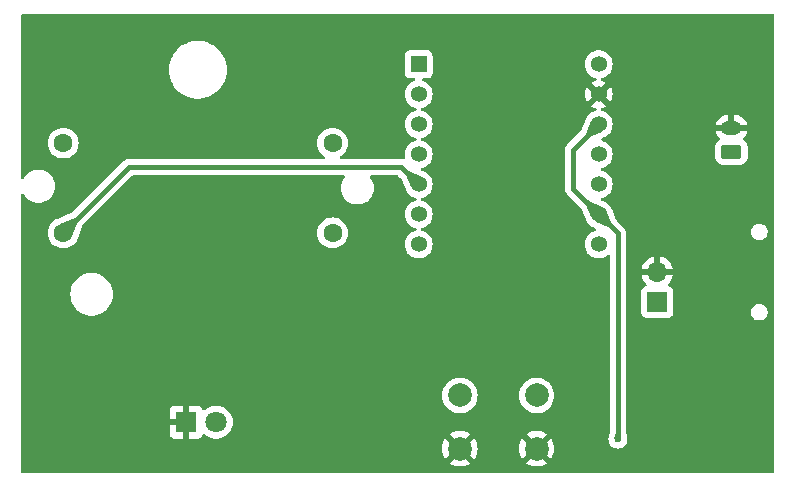
<source format=gbr>
%TF.GenerationSoftware,KiCad,Pcbnew,8.0.8*%
%TF.CreationDate,2025-02-27T22:43:43-08:00*%
%TF.ProjectId,display_pcb,64697370-6c61-4795-9f70-63622e6b6963,rev?*%
%TF.SameCoordinates,Original*%
%TF.FileFunction,Copper,L2,Bot*%
%TF.FilePolarity,Positive*%
%FSLAX46Y46*%
G04 Gerber Fmt 4.6, Leading zero omitted, Abs format (unit mm)*
G04 Created by KiCad (PCBNEW 8.0.8) date 2025-02-27 22:43:43*
%MOMM*%
%LPD*%
G01*
G04 APERTURE LIST*
G04 Aperture macros list*
%AMRoundRect*
0 Rectangle with rounded corners*
0 $1 Rounding radius*
0 $2 $3 $4 $5 $6 $7 $8 $9 X,Y pos of 4 corners*
0 Add a 4 corners polygon primitive as box body*
4,1,4,$2,$3,$4,$5,$6,$7,$8,$9,$2,$3,0*
0 Add four circle primitives for the rounded corners*
1,1,$1+$1,$2,$3*
1,1,$1+$1,$4,$5*
1,1,$1+$1,$6,$7*
1,1,$1+$1,$8,$9*
0 Add four rect primitives between the rounded corners*
20,1,$1+$1,$2,$3,$4,$5,0*
20,1,$1+$1,$4,$5,$6,$7,0*
20,1,$1+$1,$6,$7,$8,$9,0*
20,1,$1+$1,$8,$9,$2,$3,0*%
G04 Aperture macros list end*
%TA.AperFunction,ComponentPad*%
%ADD10C,2.000000*%
%TD*%
%TA.AperFunction,ComponentPad*%
%ADD11R,1.800000X1.800000*%
%TD*%
%TA.AperFunction,ComponentPad*%
%ADD12C,1.800000*%
%TD*%
%TA.AperFunction,ComponentPad*%
%ADD13R,1.700000X1.700000*%
%TD*%
%TA.AperFunction,ComponentPad*%
%ADD14O,1.700000X1.700000*%
%TD*%
%TA.AperFunction,ComponentPad*%
%ADD15C,1.600000*%
%TD*%
%TA.AperFunction,ComponentPad*%
%ADD16RoundRect,0.250000X0.625000X-0.350000X0.625000X0.350000X-0.625000X0.350000X-0.625000X-0.350000X0*%
%TD*%
%TA.AperFunction,ComponentPad*%
%ADD17O,1.750000X1.200000*%
%TD*%
%TA.AperFunction,ComponentPad*%
%ADD18R,1.358000X1.358000*%
%TD*%
%TA.AperFunction,ComponentPad*%
%ADD19C,1.358000*%
%TD*%
%TA.AperFunction,ViaPad*%
%ADD20C,0.600000*%
%TD*%
%TA.AperFunction,Conductor*%
%ADD21C,0.381000*%
%TD*%
G04 APERTURE END LIST*
D10*
%TO.P,SW2,1,1*%
%TO.N,Net-(U1-D9)*%
X148811500Y-110146000D03*
X155311500Y-110146000D03*
%TO.P,SW2,2,2*%
%TO.N,GND*%
X148811500Y-114646000D03*
X155311500Y-114646000D03*
%TD*%
D11*
%TO.P,D1,1,K*%
%TO.N,GND*%
X125640500Y-112396000D03*
D12*
%TO.P,D1,2,A*%
%TO.N,Net-(D1-A)*%
X128180500Y-112396000D03*
%TD*%
D13*
%TO.P,J1,1,Pin_1*%
%TO.N,+BAT*%
X165523500Y-102236000D03*
D14*
%TO.P,J1,2,Pin_2*%
%TO.N,GND*%
X165523500Y-99696000D03*
%TD*%
D15*
%TO.P,M1,1*%
%TO.N,Net-(U1-D5)*%
X138031500Y-88774000D03*
%TO.P,M1,2,-*%
%TO.N,Net-(M1--)*%
X138031500Y-96374000D03*
%TO.P,M1,3*%
%TO.N,Net-(U1-D4)*%
X115231500Y-96374000D03*
%TO.P,M1,4*%
%TO.N,Net-(U1-D3)*%
X115231500Y-88774000D03*
%TD*%
D16*
%TO.P,BT1,1,+*%
%TO.N,Net-(BT1-+)*%
X171801500Y-89510000D03*
D17*
%TO.P,BT1,2,-*%
%TO.N,GND*%
X171801500Y-87510000D03*
%TD*%
D18*
%TO.P,U1,1,D0*%
%TO.N,/3V3*%
X145317500Y-82106000D03*
D19*
%TO.P,U1,2,D1*%
%TO.N,unconnected-(U1-D1-Pad2)*%
X145317500Y-84646000D03*
%TO.P,U1,3,D2*%
%TO.N,unconnected-(U1-D2-Pad3)*%
X145317500Y-87186000D03*
%TO.P,U1,4,D3*%
%TO.N,Net-(U1-D3)*%
X145317500Y-89726000D03*
%TO.P,U1,5,D4*%
%TO.N,Net-(U1-D4)*%
X145317500Y-92266000D03*
%TO.P,U1,6,D5*%
%TO.N,Net-(U1-D5)*%
X145317500Y-94806000D03*
%TO.P,U1,7,D6*%
%TO.N,Net-(M1--)*%
X145317500Y-97346000D03*
%TO.P,U1,8,D7*%
%TO.N,Net-(U1-D7)*%
X160557500Y-97346000D03*
%TO.P,U1,9,D8*%
%TO.N,/3V3*%
X160557500Y-94806000D03*
%TO.P,U1,10,D9*%
%TO.N,Net-(U1-D9)*%
X160557500Y-92266000D03*
%TO.P,U1,11,D10*%
%TO.N,unconnected-(U1-D10-Pad11)*%
X160557500Y-89726000D03*
%TO.P,U1,12,3V3*%
%TO.N,/3V3*%
X160557500Y-87186000D03*
%TO.P,U1,13,GND*%
%TO.N,GND*%
X160557500Y-84646000D03*
%TO.P,U1,14,5V*%
%TO.N,unconnected-(U1-5V-Pad14)*%
X160557500Y-82106000D03*
%TD*%
D20*
%TO.N,/3V3*%
X162191500Y-113846500D03*
%TD*%
D21*
%TO.N,Net-(U1-D4)*%
X145317500Y-92266000D02*
X143847500Y-90796000D01*
X143847500Y-90796000D02*
X120789500Y-90796000D01*
X115231500Y-96354000D02*
X115231500Y-96374000D01*
X120789500Y-90796000D02*
X115231500Y-96354000D01*
%TO.N,/3V3*%
X162191500Y-113846500D02*
X162191500Y-96412000D01*
X160557500Y-87186000D02*
X158381500Y-89362000D01*
X158381500Y-89362000D02*
X158381500Y-92630000D01*
X158381500Y-92630000D02*
X160557500Y-94806000D01*
X162191500Y-96412000D02*
X160585500Y-94806000D01*
X160585500Y-94806000D02*
X160557500Y-94806000D01*
%TD*%
%TA.AperFunction,Conductor*%
%TO.N,GND*%
G36*
X175380039Y-77864185D02*
G01*
X175425794Y-77916989D01*
X175437000Y-77968500D01*
X175437000Y-116597500D01*
X175417315Y-116664539D01*
X175364511Y-116710294D01*
X175313000Y-116721500D01*
X111792000Y-116721500D01*
X111724961Y-116701815D01*
X111679206Y-116649011D01*
X111668000Y-116597500D01*
X111668000Y-114645994D01*
X147306359Y-114645994D01*
X147306359Y-114646005D01*
X147326885Y-114893729D01*
X147326887Y-114893738D01*
X147387912Y-115134717D01*
X147487767Y-115362367D01*
X147588062Y-115515881D01*
X148287712Y-114816233D01*
X148298982Y-114858292D01*
X148371390Y-114983708D01*
X148473792Y-115086110D01*
X148599208Y-115158518D01*
X148641266Y-115169787D01*
X147941443Y-115869609D01*
X147988268Y-115906055D01*
X147988271Y-115906057D01*
X148206885Y-116024364D01*
X148206896Y-116024369D01*
X148442006Y-116105083D01*
X148687207Y-116146000D01*
X148935793Y-116146000D01*
X149180993Y-116105083D01*
X149416103Y-116024369D01*
X149416114Y-116024364D01*
X149634730Y-115906056D01*
X149634736Y-115906051D01*
X149681555Y-115869610D01*
X149681556Y-115869609D01*
X148981733Y-115169787D01*
X149023792Y-115158518D01*
X149149208Y-115086110D01*
X149251610Y-114983708D01*
X149324018Y-114858292D01*
X149335287Y-114816234D01*
X150034935Y-115515882D01*
X150135233Y-115362364D01*
X150235087Y-115134717D01*
X150296112Y-114893738D01*
X150296114Y-114893729D01*
X150316641Y-114646005D01*
X150316641Y-114645994D01*
X153806359Y-114645994D01*
X153806359Y-114646005D01*
X153826885Y-114893729D01*
X153826887Y-114893738D01*
X153887912Y-115134717D01*
X153987767Y-115362367D01*
X154088062Y-115515881D01*
X154787712Y-114816233D01*
X154798982Y-114858292D01*
X154871390Y-114983708D01*
X154973792Y-115086110D01*
X155099208Y-115158518D01*
X155141266Y-115169787D01*
X154441443Y-115869609D01*
X154488268Y-115906055D01*
X154488271Y-115906057D01*
X154706885Y-116024364D01*
X154706896Y-116024369D01*
X154942006Y-116105083D01*
X155187207Y-116146000D01*
X155435793Y-116146000D01*
X155680993Y-116105083D01*
X155916103Y-116024369D01*
X155916114Y-116024364D01*
X156134730Y-115906056D01*
X156134736Y-115906051D01*
X156181555Y-115869610D01*
X156181556Y-115869609D01*
X155481733Y-115169787D01*
X155523792Y-115158518D01*
X155649208Y-115086110D01*
X155751610Y-114983708D01*
X155824018Y-114858292D01*
X155835287Y-114816234D01*
X156534935Y-115515882D01*
X156635233Y-115362364D01*
X156735087Y-115134717D01*
X156796112Y-114893738D01*
X156796114Y-114893729D01*
X156816641Y-114646005D01*
X156816641Y-114645994D01*
X156796114Y-114398270D01*
X156796112Y-114398261D01*
X156735087Y-114157282D01*
X156635232Y-113929632D01*
X156534935Y-113776116D01*
X155835287Y-114475765D01*
X155824018Y-114433708D01*
X155751610Y-114308292D01*
X155649208Y-114205890D01*
X155523792Y-114133482D01*
X155481733Y-114122212D01*
X156181555Y-113422389D01*
X156181555Y-113422388D01*
X156134736Y-113385947D01*
X156134731Y-113385944D01*
X155916114Y-113267635D01*
X155916103Y-113267630D01*
X155680993Y-113186916D01*
X155435793Y-113146000D01*
X155187207Y-113146000D01*
X154942006Y-113186916D01*
X154706896Y-113267630D01*
X154706885Y-113267635D01*
X154488270Y-113385943D01*
X154441443Y-113422389D01*
X155141266Y-114122212D01*
X155099208Y-114133482D01*
X154973792Y-114205890D01*
X154871390Y-114308292D01*
X154798982Y-114433708D01*
X154787712Y-114475766D01*
X154088063Y-113776117D01*
X153987767Y-113929633D01*
X153987765Y-113929637D01*
X153887912Y-114157282D01*
X153826887Y-114398261D01*
X153826885Y-114398270D01*
X153806359Y-114645994D01*
X150316641Y-114645994D01*
X150296114Y-114398270D01*
X150296112Y-114398261D01*
X150235087Y-114157282D01*
X150135232Y-113929632D01*
X150034935Y-113776116D01*
X149335287Y-114475765D01*
X149324018Y-114433708D01*
X149251610Y-114308292D01*
X149149208Y-114205890D01*
X149023792Y-114133482D01*
X148981733Y-114122212D01*
X149681555Y-113422389D01*
X149681555Y-113422388D01*
X149634736Y-113385947D01*
X149634731Y-113385944D01*
X149416114Y-113267635D01*
X149416103Y-113267630D01*
X149180993Y-113186916D01*
X148935793Y-113146000D01*
X148687207Y-113146000D01*
X148442006Y-113186916D01*
X148206896Y-113267630D01*
X148206885Y-113267635D01*
X147988270Y-113385943D01*
X147941443Y-113422389D01*
X148641266Y-114122212D01*
X148599208Y-114133482D01*
X148473792Y-114205890D01*
X148371390Y-114308292D01*
X148298982Y-114433708D01*
X148287712Y-114475766D01*
X147588063Y-113776117D01*
X147487767Y-113929633D01*
X147487765Y-113929637D01*
X147387912Y-114157282D01*
X147326887Y-114398261D01*
X147326885Y-114398270D01*
X147306359Y-114645994D01*
X111668000Y-114645994D01*
X111668000Y-111448155D01*
X124240500Y-111448155D01*
X124240500Y-112146000D01*
X125265222Y-112146000D01*
X125221167Y-112222306D01*
X125190500Y-112336756D01*
X125190500Y-112455244D01*
X125221167Y-112569694D01*
X125265222Y-112646000D01*
X124240500Y-112646000D01*
X124240500Y-113343844D01*
X124246901Y-113403372D01*
X124246903Y-113403379D01*
X124297145Y-113538086D01*
X124297149Y-113538093D01*
X124383309Y-113653187D01*
X124383312Y-113653190D01*
X124498406Y-113739350D01*
X124498413Y-113739354D01*
X124633120Y-113789596D01*
X124633127Y-113789598D01*
X124692655Y-113795999D01*
X124692672Y-113796000D01*
X125390500Y-113796000D01*
X125390500Y-112771277D01*
X125466806Y-112815333D01*
X125581256Y-112846000D01*
X125699744Y-112846000D01*
X125814194Y-112815333D01*
X125890500Y-112771277D01*
X125890500Y-113796000D01*
X126588328Y-113796000D01*
X126588344Y-113795999D01*
X126647872Y-113789598D01*
X126647879Y-113789596D01*
X126782586Y-113739354D01*
X126782593Y-113739350D01*
X126897687Y-113653190D01*
X126897690Y-113653187D01*
X126983850Y-113538093D01*
X126983855Y-113538084D01*
X127012575Y-113461081D01*
X127054445Y-113405147D01*
X127119909Y-113380729D01*
X127188182Y-113395580D01*
X127219984Y-113420428D01*
X127228716Y-113429913D01*
X127228719Y-113429915D01*
X127228722Y-113429918D01*
X127411865Y-113572464D01*
X127411871Y-113572468D01*
X127411874Y-113572470D01*
X127615997Y-113682936D01*
X127729987Y-113722068D01*
X127835515Y-113758297D01*
X127835517Y-113758297D01*
X127835519Y-113758298D01*
X128064451Y-113796500D01*
X128064452Y-113796500D01*
X128296548Y-113796500D01*
X128296549Y-113796500D01*
X128525481Y-113758298D01*
X128745003Y-113682936D01*
X128949126Y-113572470D01*
X129132284Y-113429913D01*
X129289479Y-113259153D01*
X129416424Y-113064849D01*
X129509657Y-112852300D01*
X129566634Y-112627305D01*
X129585800Y-112396000D01*
X129585800Y-112395993D01*
X129566635Y-112164702D01*
X129566633Y-112164691D01*
X129509657Y-111939699D01*
X129416424Y-111727151D01*
X129289483Y-111532852D01*
X129289480Y-111532849D01*
X129289479Y-111532847D01*
X129132284Y-111362087D01*
X129132279Y-111362083D01*
X129132277Y-111362081D01*
X128949134Y-111219535D01*
X128949128Y-111219531D01*
X128745004Y-111109064D01*
X128744995Y-111109061D01*
X128525484Y-111033702D01*
X128337904Y-111002401D01*
X128296549Y-110995500D01*
X128064451Y-110995500D01*
X128023096Y-111002401D01*
X127835515Y-111033702D01*
X127616004Y-111109061D01*
X127615995Y-111109064D01*
X127411871Y-111219531D01*
X127411865Y-111219535D01*
X127228722Y-111362081D01*
X127228715Y-111362087D01*
X127219984Y-111371572D01*
X127160095Y-111407561D01*
X127090257Y-111405458D01*
X127032643Y-111365932D01*
X127012575Y-111330918D01*
X126983855Y-111253915D01*
X126983850Y-111253906D01*
X126897690Y-111138812D01*
X126897687Y-111138809D01*
X126782593Y-111052649D01*
X126782586Y-111052645D01*
X126647879Y-111002403D01*
X126647872Y-111002401D01*
X126588344Y-110996000D01*
X125890500Y-110996000D01*
X125890500Y-112020722D01*
X125814194Y-111976667D01*
X125699744Y-111946000D01*
X125581256Y-111946000D01*
X125466806Y-111976667D01*
X125390500Y-112020722D01*
X125390500Y-110996000D01*
X124692655Y-110996000D01*
X124633127Y-111002401D01*
X124633120Y-111002403D01*
X124498413Y-111052645D01*
X124498406Y-111052649D01*
X124383312Y-111138809D01*
X124383309Y-111138812D01*
X124297149Y-111253906D01*
X124297145Y-111253913D01*
X124246903Y-111388620D01*
X124246901Y-111388627D01*
X124240500Y-111448155D01*
X111668000Y-111448155D01*
X111668000Y-110145994D01*
X147305857Y-110145994D01*
X147305857Y-110146005D01*
X147326390Y-110393812D01*
X147326392Y-110393824D01*
X147387436Y-110634881D01*
X147487326Y-110862606D01*
X147623333Y-111070782D01*
X147623336Y-111070785D01*
X147791756Y-111253738D01*
X147987991Y-111406474D01*
X148206690Y-111524828D01*
X148441886Y-111605571D01*
X148687165Y-111646500D01*
X148935835Y-111646500D01*
X149181114Y-111605571D01*
X149416310Y-111524828D01*
X149635009Y-111406474D01*
X149831244Y-111253738D01*
X149999664Y-111070785D01*
X150135673Y-110862607D01*
X150235563Y-110634881D01*
X150296608Y-110393821D01*
X150317143Y-110146000D01*
X150317143Y-110145994D01*
X153805857Y-110145994D01*
X153805857Y-110146005D01*
X153826390Y-110393812D01*
X153826392Y-110393824D01*
X153887436Y-110634881D01*
X153987326Y-110862606D01*
X154123333Y-111070782D01*
X154123336Y-111070785D01*
X154291756Y-111253738D01*
X154487991Y-111406474D01*
X154706690Y-111524828D01*
X154941886Y-111605571D01*
X155187165Y-111646500D01*
X155435835Y-111646500D01*
X155681114Y-111605571D01*
X155916310Y-111524828D01*
X156135009Y-111406474D01*
X156331244Y-111253738D01*
X156499664Y-111070785D01*
X156635673Y-110862607D01*
X156735563Y-110634881D01*
X156796608Y-110393821D01*
X156817143Y-110146000D01*
X156796608Y-109898179D01*
X156735563Y-109657119D01*
X156635673Y-109429393D01*
X156499666Y-109221217D01*
X156478057Y-109197744D01*
X156331244Y-109038262D01*
X156135009Y-108885526D01*
X156135007Y-108885525D01*
X156135006Y-108885524D01*
X155916311Y-108767172D01*
X155916302Y-108767169D01*
X155681116Y-108686429D01*
X155435835Y-108645500D01*
X155187165Y-108645500D01*
X154941883Y-108686429D01*
X154706697Y-108767169D01*
X154706688Y-108767172D01*
X154487993Y-108885524D01*
X154291757Y-109038261D01*
X154123333Y-109221217D01*
X153987326Y-109429393D01*
X153887436Y-109657118D01*
X153826392Y-109898175D01*
X153826390Y-109898187D01*
X153805857Y-110145994D01*
X150317143Y-110145994D01*
X150296608Y-109898179D01*
X150235563Y-109657119D01*
X150135673Y-109429393D01*
X149999666Y-109221217D01*
X149978057Y-109197744D01*
X149831244Y-109038262D01*
X149635009Y-108885526D01*
X149635007Y-108885525D01*
X149635006Y-108885524D01*
X149416311Y-108767172D01*
X149416302Y-108767169D01*
X149181116Y-108686429D01*
X148935835Y-108645500D01*
X148687165Y-108645500D01*
X148441883Y-108686429D01*
X148206697Y-108767169D01*
X148206688Y-108767172D01*
X147987993Y-108885524D01*
X147791757Y-109038261D01*
X147623333Y-109221217D01*
X147487326Y-109429393D01*
X147387436Y-109657118D01*
X147326392Y-109898175D01*
X147326390Y-109898187D01*
X147305857Y-110145994D01*
X111668000Y-110145994D01*
X111668000Y-101573995D01*
X115825951Y-101573995D01*
X115825951Y-101574004D01*
X115846116Y-101843101D01*
X115906164Y-102106188D01*
X115906166Y-102106195D01*
X116004757Y-102357398D01*
X116139685Y-102591102D01*
X116186223Y-102649458D01*
X116307942Y-102802089D01*
X116404496Y-102891677D01*
X116505759Y-102985635D01*
X116728726Y-103137651D01*
X116971859Y-103254738D01*
X117229728Y-103334280D01*
X117229729Y-103334280D01*
X117229732Y-103334281D01*
X117496563Y-103374499D01*
X117496568Y-103374499D01*
X117496571Y-103374500D01*
X117496572Y-103374500D01*
X117766428Y-103374500D01*
X117766429Y-103374500D01*
X117766436Y-103374499D01*
X118033267Y-103334281D01*
X118033268Y-103334280D01*
X118033272Y-103334280D01*
X118291141Y-103254738D01*
X118534275Y-103137651D01*
X118757241Y-102985635D01*
X118955061Y-102802085D01*
X119123315Y-102591102D01*
X119258243Y-102357398D01*
X119356834Y-102106195D01*
X119416883Y-101843103D01*
X119437049Y-101574000D01*
X119416883Y-101304897D01*
X119356834Y-101041805D01*
X119258243Y-100790602D01*
X119123315Y-100556898D01*
X118955061Y-100345915D01*
X118955060Y-100345914D01*
X118955057Y-100345910D01*
X118757241Y-100162365D01*
X118753018Y-100159486D01*
X118534275Y-100010349D01*
X118534269Y-100010346D01*
X118534268Y-100010345D01*
X118534267Y-100010344D01*
X118291143Y-99893263D01*
X118291145Y-99893263D01*
X118033273Y-99813720D01*
X118033267Y-99813718D01*
X117766436Y-99773500D01*
X117766429Y-99773500D01*
X117496571Y-99773500D01*
X117496563Y-99773500D01*
X117229732Y-99813718D01*
X117229726Y-99813720D01*
X116971858Y-99893262D01*
X116728730Y-100010346D01*
X116505758Y-100162365D01*
X116307942Y-100345910D01*
X116139685Y-100556898D01*
X116004758Y-100790599D01*
X116004756Y-100790603D01*
X115906166Y-101041804D01*
X115906164Y-101041811D01*
X115846116Y-101304898D01*
X115825951Y-101573995D01*
X111668000Y-101573995D01*
X111668000Y-96373998D01*
X113926032Y-96373998D01*
X113926032Y-96374001D01*
X113945864Y-96600686D01*
X113945866Y-96600697D01*
X114004758Y-96820488D01*
X114004761Y-96820497D01*
X114100931Y-97026732D01*
X114100932Y-97026734D01*
X114231454Y-97213141D01*
X114392358Y-97374045D01*
X114392361Y-97374047D01*
X114578766Y-97504568D01*
X114785004Y-97600739D01*
X115004808Y-97659635D01*
X115166730Y-97673801D01*
X115231498Y-97679468D01*
X115231500Y-97679468D01*
X115231502Y-97679468D01*
X115288173Y-97674509D01*
X115458192Y-97659635D01*
X115677996Y-97600739D01*
X115884234Y-97504568D01*
X116070639Y-97374047D01*
X116231547Y-97213139D01*
X116362068Y-97026734D01*
X116427836Y-96885691D01*
X116432432Y-96876794D01*
X116445447Y-96853912D01*
X116445449Y-96853909D01*
X116633991Y-96373998D01*
X136726032Y-96373998D01*
X136726032Y-96374001D01*
X136745864Y-96600686D01*
X136745866Y-96600697D01*
X136804758Y-96820488D01*
X136804761Y-96820497D01*
X136900931Y-97026732D01*
X136900932Y-97026734D01*
X137031454Y-97213141D01*
X137192358Y-97374045D01*
X137192361Y-97374047D01*
X137378766Y-97504568D01*
X137585004Y-97600739D01*
X137804808Y-97659635D01*
X137966730Y-97673801D01*
X138031498Y-97679468D01*
X138031500Y-97679468D01*
X138031502Y-97679468D01*
X138088173Y-97674509D01*
X138258192Y-97659635D01*
X138477996Y-97600739D01*
X138684234Y-97504568D01*
X138870639Y-97374047D01*
X139031547Y-97213139D01*
X139162068Y-97026734D01*
X139258239Y-96820496D01*
X139317135Y-96600692D01*
X139336968Y-96374000D01*
X139317135Y-96147308D01*
X139258239Y-95927504D01*
X139162068Y-95721266D01*
X139031547Y-95534861D01*
X139031545Y-95534858D01*
X138870641Y-95373954D01*
X138684234Y-95243432D01*
X138684232Y-95243431D01*
X138477997Y-95147261D01*
X138477988Y-95147258D01*
X138258197Y-95088366D01*
X138258193Y-95088365D01*
X138258192Y-95088365D01*
X138258191Y-95088364D01*
X138258186Y-95088364D01*
X138031502Y-95068532D01*
X138031498Y-95068532D01*
X137804813Y-95088364D01*
X137804802Y-95088366D01*
X137585011Y-95147258D01*
X137585002Y-95147261D01*
X137378767Y-95243431D01*
X137378765Y-95243432D01*
X137192358Y-95373954D01*
X137031454Y-95534858D01*
X136900932Y-95721265D01*
X136900931Y-95721267D01*
X136804761Y-95927502D01*
X136804758Y-95927511D01*
X136745866Y-96147302D01*
X136745864Y-96147313D01*
X136726032Y-96373998D01*
X116633991Y-96373998D01*
X116912668Y-95664657D01*
X116940396Y-95622324D01*
X121039402Y-91523319D01*
X121100725Y-91489834D01*
X121127083Y-91487000D01*
X138945896Y-91487000D01*
X139012935Y-91506685D01*
X139058690Y-91559489D01*
X139068634Y-91628647D01*
X139039609Y-91692203D01*
X139037165Y-91694938D01*
X139022521Y-91710847D01*
X139022519Y-91710848D01*
X139022516Y-91710853D01*
X138895575Y-91905151D01*
X138802342Y-92117699D01*
X138745366Y-92342691D01*
X138745364Y-92342702D01*
X138726200Y-92573993D01*
X138726200Y-92574006D01*
X138745364Y-92805297D01*
X138745366Y-92805308D01*
X138802342Y-93030300D01*
X138895575Y-93242848D01*
X139022516Y-93437147D01*
X139022519Y-93437151D01*
X139022521Y-93437153D01*
X139179716Y-93607913D01*
X139179719Y-93607915D01*
X139179722Y-93607918D01*
X139362865Y-93750464D01*
X139362871Y-93750468D01*
X139362874Y-93750470D01*
X139566997Y-93860936D01*
X139680987Y-93900068D01*
X139786515Y-93936297D01*
X139786517Y-93936297D01*
X139786519Y-93936298D01*
X140015451Y-93974500D01*
X140015452Y-93974500D01*
X140247548Y-93974500D01*
X140247549Y-93974500D01*
X140476481Y-93936298D01*
X140696003Y-93860936D01*
X140900126Y-93750470D01*
X140906345Y-93745630D01*
X141007795Y-93666668D01*
X141083284Y-93607913D01*
X141240479Y-93437153D01*
X141367424Y-93242849D01*
X141460657Y-93030300D01*
X141517634Y-92805305D01*
X141521863Y-92754272D01*
X141536800Y-92574006D01*
X141536800Y-92573993D01*
X141517635Y-92342702D01*
X141517633Y-92342691D01*
X141460657Y-92117699D01*
X141367424Y-91905151D01*
X141240483Y-91710853D01*
X141240482Y-91710852D01*
X141240479Y-91710847D01*
X141225872Y-91694980D01*
X141194952Y-91632328D01*
X141202812Y-91562902D01*
X141246959Y-91508747D01*
X141313377Y-91487056D01*
X141317104Y-91487000D01*
X143509916Y-91487000D01*
X143576955Y-91506685D01*
X143597597Y-91523319D01*
X143774467Y-91700189D01*
X143800666Y-91738805D01*
X144213963Y-92698059D01*
X144221384Y-92715283D01*
X144243530Y-92760375D01*
X144243531Y-92760376D01*
X144243780Y-92760704D01*
X144255996Y-92780384D01*
X144310369Y-92889581D01*
X144310374Y-92889589D01*
X144430177Y-93048233D01*
X144442105Y-93064028D01*
X144603647Y-93211294D01*
X144603649Y-93211295D01*
X144603650Y-93211296D01*
X144789495Y-93326366D01*
X144789501Y-93326369D01*
X144857443Y-93352689D01*
X144993332Y-93405333D01*
X145040295Y-93414112D01*
X145102573Y-93445780D01*
X145137846Y-93506092D01*
X145134912Y-93575900D01*
X145094703Y-93633040D01*
X145040295Y-93657887D01*
X144993332Y-93666667D01*
X144993330Y-93666667D01*
X144993328Y-93666668D01*
X144789501Y-93745630D01*
X144789495Y-93745633D01*
X144603650Y-93860703D01*
X144442104Y-94007972D01*
X144310374Y-94182410D01*
X144310369Y-94182418D01*
X144212941Y-94378079D01*
X144212935Y-94378094D01*
X144153116Y-94588337D01*
X144153115Y-94588339D01*
X144132947Y-94805999D01*
X144132947Y-94806000D01*
X144153115Y-95023660D01*
X144153116Y-95023662D01*
X144212935Y-95233905D01*
X144212941Y-95233920D01*
X144310369Y-95429581D01*
X144310374Y-95429589D01*
X144389870Y-95534858D01*
X144442105Y-95604028D01*
X144603647Y-95751294D01*
X144603649Y-95751295D01*
X144603650Y-95751296D01*
X144789495Y-95866366D01*
X144789501Y-95866369D01*
X144789504Y-95866370D01*
X144993332Y-95945333D01*
X145040295Y-95954112D01*
X145102573Y-95985780D01*
X145137846Y-96046092D01*
X145134912Y-96115900D01*
X145094703Y-96173040D01*
X145040295Y-96197887D01*
X144993332Y-96206667D01*
X144993330Y-96206667D01*
X144993328Y-96206668D01*
X144789501Y-96285630D01*
X144789495Y-96285633D01*
X144603650Y-96400703D01*
X144442104Y-96547972D01*
X144310374Y-96722410D01*
X144310369Y-96722418D01*
X144212941Y-96918079D01*
X144212935Y-96918094D01*
X144153116Y-97128337D01*
X144153115Y-97128339D01*
X144132947Y-97345999D01*
X144132947Y-97346000D01*
X144153115Y-97563660D01*
X144153116Y-97563662D01*
X144212935Y-97773905D01*
X144212941Y-97773920D01*
X144310369Y-97969581D01*
X144310374Y-97969589D01*
X144374499Y-98054504D01*
X144442105Y-98144028D01*
X144603647Y-98291294D01*
X144603649Y-98291295D01*
X144603650Y-98291296D01*
X144789495Y-98406366D01*
X144789501Y-98406369D01*
X144831314Y-98422567D01*
X144993332Y-98485333D01*
X145208203Y-98525500D01*
X145208205Y-98525500D01*
X145426795Y-98525500D01*
X145426797Y-98525500D01*
X145641668Y-98485333D01*
X145845501Y-98406368D01*
X146031353Y-98291294D01*
X146192895Y-98144028D01*
X146324627Y-97969587D01*
X146422063Y-97773910D01*
X146481884Y-97563661D01*
X146502053Y-97346000D01*
X146481884Y-97128339D01*
X146422063Y-96918090D01*
X146421410Y-96916778D01*
X146324630Y-96722418D01*
X146324625Y-96722410D01*
X146192895Y-96547972D01*
X146140626Y-96500322D01*
X146031353Y-96400706D01*
X146031350Y-96400704D01*
X146031349Y-96400703D01*
X145845504Y-96285633D01*
X145845498Y-96285630D01*
X145684851Y-96223396D01*
X145641668Y-96206667D01*
X145594704Y-96197887D01*
X145532426Y-96166221D01*
X145497153Y-96105908D01*
X145500087Y-96036100D01*
X145540296Y-95978960D01*
X145594704Y-95954112D01*
X145641668Y-95945333D01*
X145845501Y-95866368D01*
X146031353Y-95751294D01*
X146192895Y-95604028D01*
X146324627Y-95429587D01*
X146422063Y-95233910D01*
X146481884Y-95023661D01*
X146502053Y-94806000D01*
X146481884Y-94588339D01*
X146422063Y-94378090D01*
X146407985Y-94349817D01*
X146324630Y-94182418D01*
X146324625Y-94182410D01*
X146192895Y-94007972D01*
X146114273Y-93936298D01*
X146031353Y-93860706D01*
X146031350Y-93860704D01*
X146031349Y-93860703D01*
X145845504Y-93745633D01*
X145845498Y-93745630D01*
X145684851Y-93683396D01*
X145641668Y-93666667D01*
X145594704Y-93657887D01*
X145532426Y-93626221D01*
X145497153Y-93565908D01*
X145500087Y-93496100D01*
X145540296Y-93438960D01*
X145594704Y-93414112D01*
X145641668Y-93405333D01*
X145845501Y-93326368D01*
X146031353Y-93211294D01*
X146192895Y-93064028D01*
X146324627Y-92889587D01*
X146422063Y-92693910D01*
X146481884Y-92483661D01*
X146502053Y-92266000D01*
X146481884Y-92048339D01*
X146422063Y-91838090D01*
X146407864Y-91809574D01*
X146324630Y-91642418D01*
X146324625Y-91642410D01*
X146192895Y-91467972D01*
X146031353Y-91320706D01*
X146031350Y-91320704D01*
X146031349Y-91320703D01*
X145845506Y-91205635D01*
X145845504Y-91205634D01*
X145845501Y-91205632D01*
X145845498Y-91205631D01*
X145845493Y-91205628D01*
X145800537Y-91188212D01*
X145780562Y-91178325D01*
X145766782Y-91169884D01*
X145609633Y-91102176D01*
X145555854Y-91057571D01*
X145534728Y-90990971D01*
X145552961Y-90923523D01*
X145604766Y-90876639D01*
X145635911Y-90866409D01*
X145641668Y-90865333D01*
X145845501Y-90786368D01*
X146031353Y-90671294D01*
X146192895Y-90524028D01*
X146324627Y-90349587D01*
X146422063Y-90153910D01*
X146481884Y-89943661D01*
X146502053Y-89726000D01*
X146493233Y-89630821D01*
X146481884Y-89508339D01*
X146481883Y-89508337D01*
X146458664Y-89426732D01*
X146422063Y-89298090D01*
X146419998Y-89293942D01*
X146419997Y-89293939D01*
X157690500Y-89293939D01*
X157690500Y-92698059D01*
X157702896Y-92760374D01*
X157702896Y-92760376D01*
X157717053Y-92831549D01*
X157717056Y-92831561D01*
X157769142Y-92957309D01*
X157769144Y-92957312D01*
X157844763Y-93070485D01*
X157844769Y-93070492D01*
X159014467Y-94240188D01*
X159040666Y-94278804D01*
X159456278Y-95243432D01*
X159461384Y-95255283D01*
X159483530Y-95300375D01*
X159483780Y-95300704D01*
X159495996Y-95320384D01*
X159550369Y-95429581D01*
X159550374Y-95429589D01*
X159629870Y-95534858D01*
X159682105Y-95604028D01*
X159843647Y-95751294D01*
X159843649Y-95751295D01*
X159843650Y-95751296D01*
X160029495Y-95866366D01*
X160029497Y-95866367D01*
X160029499Y-95866368D01*
X160029502Y-95866369D01*
X160029504Y-95866370D01*
X160080570Y-95886153D01*
X160098763Y-95894968D01*
X160116274Y-95905296D01*
X160268822Y-95968014D01*
X160323340Y-96011712D01*
X160345579Y-96077948D01*
X160328478Y-96145692D01*
X160277466Y-96193437D01*
X160244458Y-96204587D01*
X160233331Y-96206667D01*
X160029501Y-96285630D01*
X160029495Y-96285633D01*
X159843650Y-96400703D01*
X159682104Y-96547972D01*
X159550374Y-96722410D01*
X159550369Y-96722418D01*
X159452941Y-96918079D01*
X159452935Y-96918094D01*
X159393116Y-97128337D01*
X159393115Y-97128339D01*
X159372947Y-97345999D01*
X159372947Y-97346000D01*
X159393115Y-97563660D01*
X159393116Y-97563662D01*
X159452935Y-97773905D01*
X159452941Y-97773920D01*
X159550369Y-97969581D01*
X159550374Y-97969589D01*
X159614499Y-98054504D01*
X159682105Y-98144028D01*
X159843647Y-98291294D01*
X159843649Y-98291295D01*
X159843650Y-98291296D01*
X160029495Y-98406366D01*
X160029501Y-98406369D01*
X160071314Y-98422567D01*
X160233332Y-98485333D01*
X160448203Y-98525500D01*
X160448205Y-98525500D01*
X160666795Y-98525500D01*
X160666797Y-98525500D01*
X160881668Y-98485333D01*
X161085501Y-98406368D01*
X161271353Y-98291294D01*
X161292962Y-98271594D01*
X161355765Y-98240978D01*
X161425153Y-98249175D01*
X161479093Y-98293585D01*
X161500461Y-98360107D01*
X161500500Y-98363232D01*
X161500500Y-113162133D01*
X161498485Y-113184396D01*
X161416719Y-113632422D01*
X161411777Y-113651108D01*
X161406132Y-113667240D01*
X161399775Y-113723654D01*
X161398543Y-113732013D01*
X161396723Y-113741989D01*
X161390643Y-113786344D01*
X161390451Y-113788431D01*
X161390509Y-113798190D01*
X161389732Y-113812798D01*
X161385935Y-113846503D01*
X161406130Y-114025749D01*
X161406131Y-114025754D01*
X161465711Y-114196023D01*
X161471911Y-114205890D01*
X161561684Y-114348762D01*
X161689238Y-114476316D01*
X161841978Y-114572289D01*
X162012245Y-114631868D01*
X162012250Y-114631869D01*
X162191496Y-114652065D01*
X162191500Y-114652065D01*
X162191504Y-114652065D01*
X162370749Y-114631869D01*
X162370752Y-114631868D01*
X162370755Y-114631868D01*
X162541022Y-114572289D01*
X162693762Y-114476316D01*
X162821316Y-114348762D01*
X162917289Y-114196022D01*
X162976868Y-114025755D01*
X162987698Y-113929637D01*
X162997065Y-113846503D01*
X162997065Y-113846499D01*
X162996045Y-113837456D01*
X162987287Y-113759720D01*
X162986598Y-113750541D01*
X162986276Y-113741991D01*
X162984455Y-113732013D01*
X162983226Y-113723678D01*
X162976868Y-113667245D01*
X162971221Y-113651108D01*
X162966279Y-113632422D01*
X162884515Y-113184391D01*
X162882500Y-113162129D01*
X162882500Y-101338135D01*
X164173000Y-101338135D01*
X164173000Y-103133870D01*
X164173001Y-103133876D01*
X164179408Y-103193483D01*
X164229702Y-103328328D01*
X164229706Y-103328335D01*
X164315952Y-103443544D01*
X164315955Y-103443547D01*
X164431164Y-103529793D01*
X164431171Y-103529797D01*
X164566017Y-103580091D01*
X164566016Y-103580091D01*
X164572944Y-103580835D01*
X164625627Y-103586500D01*
X166421372Y-103586499D01*
X166480983Y-103580091D01*
X166615831Y-103529796D01*
X166731046Y-103443546D01*
X166817296Y-103328331D01*
X166867591Y-103193483D01*
X166870654Y-103164995D01*
X173458999Y-103164995D01*
X173485918Y-103300322D01*
X173485921Y-103300332D01*
X173538721Y-103427804D01*
X173538728Y-103427817D01*
X173615385Y-103542541D01*
X173615388Y-103542545D01*
X173712954Y-103640111D01*
X173712958Y-103640114D01*
X173827682Y-103716771D01*
X173827695Y-103716778D01*
X173955167Y-103769578D01*
X173955172Y-103769580D01*
X173955176Y-103769580D01*
X173955177Y-103769581D01*
X174090504Y-103796500D01*
X174090507Y-103796500D01*
X174228495Y-103796500D01*
X174319541Y-103778389D01*
X174363828Y-103769580D01*
X174491311Y-103716775D01*
X174606042Y-103640114D01*
X174703614Y-103542542D01*
X174780275Y-103427811D01*
X174833080Y-103300328D01*
X174860000Y-103164993D01*
X174860000Y-103027007D01*
X174860000Y-103027004D01*
X174833081Y-102891677D01*
X174833080Y-102891676D01*
X174833080Y-102891672D01*
X174795972Y-102802085D01*
X174780278Y-102764195D01*
X174780271Y-102764182D01*
X174703614Y-102649458D01*
X174703611Y-102649454D01*
X174606045Y-102551888D01*
X174606041Y-102551885D01*
X174491317Y-102475228D01*
X174491304Y-102475221D01*
X174363832Y-102422421D01*
X174363822Y-102422418D01*
X174228495Y-102395500D01*
X174228493Y-102395500D01*
X174090507Y-102395500D01*
X174090505Y-102395500D01*
X173955177Y-102422418D01*
X173955167Y-102422421D01*
X173827695Y-102475221D01*
X173827682Y-102475228D01*
X173712958Y-102551885D01*
X173712954Y-102551888D01*
X173615388Y-102649454D01*
X173615385Y-102649458D01*
X173538728Y-102764182D01*
X173538721Y-102764195D01*
X173485921Y-102891667D01*
X173485918Y-102891677D01*
X173459000Y-103027004D01*
X173459000Y-103027007D01*
X173459000Y-103164993D01*
X173459000Y-103164995D01*
X173458999Y-103164995D01*
X166870654Y-103164995D01*
X166874000Y-103133873D01*
X166873999Y-101338128D01*
X166867591Y-101278517D01*
X166848417Y-101227110D01*
X166817297Y-101143671D01*
X166817293Y-101143664D01*
X166731047Y-101028455D01*
X166731044Y-101028452D01*
X166615835Y-100942206D01*
X166615828Y-100942202D01*
X166483901Y-100892997D01*
X166427967Y-100851126D01*
X166403550Y-100785662D01*
X166418402Y-100717389D01*
X166439553Y-100689133D01*
X166561608Y-100567078D01*
X166697100Y-100373578D01*
X166796929Y-100159492D01*
X166796932Y-100159486D01*
X166854136Y-99946000D01*
X165956512Y-99946000D01*
X165989425Y-99888993D01*
X166023500Y-99761826D01*
X166023500Y-99630174D01*
X165989425Y-99503007D01*
X165956512Y-99446000D01*
X166854136Y-99446000D01*
X166854135Y-99445999D01*
X166796932Y-99232513D01*
X166796929Y-99232507D01*
X166697100Y-99018422D01*
X166697099Y-99018420D01*
X166561613Y-98824926D01*
X166561608Y-98824920D01*
X166394582Y-98657894D01*
X166201078Y-98522399D01*
X165986992Y-98422570D01*
X165986986Y-98422567D01*
X165773500Y-98365364D01*
X165773500Y-99262988D01*
X165716493Y-99230075D01*
X165589326Y-99196000D01*
X165457674Y-99196000D01*
X165330507Y-99230075D01*
X165273500Y-99262988D01*
X165273500Y-98365364D01*
X165273499Y-98365364D01*
X165060013Y-98422567D01*
X165060007Y-98422570D01*
X164845922Y-98522399D01*
X164845920Y-98522400D01*
X164652426Y-98657886D01*
X164652420Y-98657891D01*
X164485391Y-98824920D01*
X164485386Y-98824926D01*
X164349900Y-99018420D01*
X164349899Y-99018422D01*
X164250070Y-99232507D01*
X164250067Y-99232513D01*
X164192864Y-99445999D01*
X164192864Y-99446000D01*
X165090488Y-99446000D01*
X165057575Y-99503007D01*
X165023500Y-99630174D01*
X165023500Y-99761826D01*
X165057575Y-99888993D01*
X165090488Y-99946000D01*
X164192864Y-99946000D01*
X164250067Y-100159486D01*
X164250070Y-100159492D01*
X164349899Y-100373578D01*
X164485394Y-100567082D01*
X164607446Y-100689134D01*
X164640931Y-100750457D01*
X164635947Y-100820149D01*
X164594075Y-100876082D01*
X164563098Y-100892997D01*
X164431171Y-100942202D01*
X164431164Y-100942206D01*
X164315955Y-101028452D01*
X164315952Y-101028455D01*
X164229706Y-101143664D01*
X164229702Y-101143671D01*
X164179408Y-101278517D01*
X164173001Y-101338116D01*
X164173001Y-101338123D01*
X164173000Y-101338135D01*
X162882500Y-101338135D01*
X162882500Y-96364995D01*
X173458999Y-96364995D01*
X173485918Y-96500322D01*
X173485921Y-96500332D01*
X173538721Y-96627804D01*
X173538728Y-96627817D01*
X173615385Y-96742541D01*
X173615388Y-96742545D01*
X173712954Y-96840111D01*
X173712958Y-96840114D01*
X173827682Y-96916771D01*
X173827695Y-96916778D01*
X173955167Y-96969578D01*
X173955172Y-96969580D01*
X173955176Y-96969580D01*
X173955177Y-96969581D01*
X174090504Y-96996500D01*
X174090507Y-96996500D01*
X174228495Y-96996500D01*
X174319541Y-96978389D01*
X174363828Y-96969580D01*
X174488127Y-96918094D01*
X174491304Y-96916778D01*
X174491304Y-96916777D01*
X174491311Y-96916775D01*
X174606042Y-96840114D01*
X174703614Y-96742542D01*
X174780275Y-96627811D01*
X174833080Y-96500328D01*
X174852897Y-96400703D01*
X174860000Y-96364995D01*
X174860000Y-96227004D01*
X174833081Y-96091677D01*
X174833080Y-96091676D01*
X174833080Y-96091672D01*
X174814200Y-96046092D01*
X174780278Y-95964195D01*
X174780271Y-95964182D01*
X174703614Y-95849458D01*
X174703611Y-95849454D01*
X174606045Y-95751888D01*
X174606041Y-95751885D01*
X174491317Y-95675228D01*
X174491304Y-95675221D01*
X174363832Y-95622421D01*
X174363822Y-95622418D01*
X174228495Y-95595500D01*
X174228493Y-95595500D01*
X174090507Y-95595500D01*
X174090505Y-95595500D01*
X173955177Y-95622418D01*
X173955167Y-95622421D01*
X173827695Y-95675221D01*
X173827682Y-95675228D01*
X173712958Y-95751885D01*
X173712954Y-95751888D01*
X173615388Y-95849454D01*
X173615385Y-95849458D01*
X173538728Y-95964182D01*
X173538721Y-95964195D01*
X173485921Y-96091667D01*
X173485918Y-96091677D01*
X173459000Y-96227004D01*
X173459000Y-96227007D01*
X173459000Y-96364993D01*
X173459000Y-96364995D01*
X173458999Y-96364995D01*
X162882500Y-96364995D01*
X162882500Y-96343939D01*
X162855946Y-96210448D01*
X162855945Y-96210447D01*
X162855945Y-96210443D01*
X162829791Y-96147302D01*
X162803859Y-96084695D01*
X162803852Y-96084682D01*
X162737580Y-95985500D01*
X162733210Y-95978960D01*
X162728235Y-95971514D01*
X162728232Y-95971511D01*
X162728230Y-95971508D01*
X162108799Y-95352077D01*
X162083322Y-95315104D01*
X162056515Y-95255283D01*
X161663435Y-94378094D01*
X161650764Y-94349817D01*
X161650762Y-94349813D01*
X161650758Y-94349804D01*
X161629767Y-94308210D01*
X161629764Y-94308206D01*
X161629763Y-94308204D01*
X161626642Y-94303245D01*
X161626695Y-94303211D01*
X161617306Y-94288206D01*
X161564632Y-94182422D01*
X161564625Y-94182410D01*
X161432895Y-94007972D01*
X161354273Y-93936298D01*
X161271353Y-93860706D01*
X161271350Y-93860704D01*
X161271349Y-93860703D01*
X161085506Y-93745635D01*
X161085504Y-93745634D01*
X161085501Y-93745632D01*
X161085498Y-93745631D01*
X161085493Y-93745628D01*
X161040537Y-93728212D01*
X161020562Y-93718325D01*
X161006782Y-93709884D01*
X160849633Y-93642176D01*
X160795854Y-93597571D01*
X160774728Y-93530971D01*
X160792961Y-93463523D01*
X160844766Y-93416639D01*
X160875911Y-93406409D01*
X160881668Y-93405333D01*
X161085501Y-93326368D01*
X161271353Y-93211294D01*
X161432895Y-93064028D01*
X161564627Y-92889587D01*
X161662063Y-92693910D01*
X161721884Y-92483661D01*
X161742053Y-92266000D01*
X161721884Y-92048339D01*
X161662063Y-91838090D01*
X161647864Y-91809574D01*
X161564630Y-91642418D01*
X161564625Y-91642410D01*
X161432895Y-91467972D01*
X161271353Y-91320706D01*
X161271350Y-91320704D01*
X161271349Y-91320703D01*
X161085504Y-91205633D01*
X161085498Y-91205630D01*
X160908498Y-91137061D01*
X160881668Y-91126667D01*
X160834704Y-91117887D01*
X160772426Y-91086221D01*
X160737153Y-91025908D01*
X160740087Y-90956100D01*
X160780296Y-90898960D01*
X160834704Y-90874112D01*
X160881668Y-90865333D01*
X161085501Y-90786368D01*
X161271353Y-90671294D01*
X161432895Y-90524028D01*
X161564627Y-90349587D01*
X161662063Y-90153910D01*
X161721884Y-89943661D01*
X161742053Y-89726000D01*
X161733233Y-89630821D01*
X161721884Y-89508339D01*
X161721883Y-89508337D01*
X161698664Y-89426732D01*
X161662063Y-89298090D01*
X161659998Y-89293942D01*
X161568397Y-89109983D01*
X170426000Y-89109983D01*
X170426000Y-89910001D01*
X170426001Y-89910019D01*
X170436500Y-90012796D01*
X170436501Y-90012799D01*
X170475854Y-90131556D01*
X170491686Y-90179334D01*
X170583788Y-90328656D01*
X170707844Y-90452712D01*
X170857166Y-90544814D01*
X171023703Y-90599999D01*
X171126491Y-90610500D01*
X172476508Y-90610499D01*
X172579297Y-90599999D01*
X172745834Y-90544814D01*
X172895156Y-90452712D01*
X173019212Y-90328656D01*
X173111314Y-90179334D01*
X173166499Y-90012797D01*
X173177000Y-89910009D01*
X173176999Y-89109992D01*
X173176225Y-89102418D01*
X173166499Y-89007203D01*
X173166498Y-89007200D01*
X173138102Y-88921507D01*
X173111314Y-88840666D01*
X173019212Y-88691344D01*
X172895156Y-88567288D01*
X172895155Y-88567287D01*
X172830519Y-88527420D01*
X172783794Y-88475472D01*
X172772571Y-88406510D01*
X172800414Y-88342428D01*
X172807934Y-88334199D01*
X172915535Y-88226598D01*
X173017304Y-88086524D01*
X173095908Y-87932255D01*
X173149414Y-87767584D01*
X173150615Y-87760000D01*
X172081830Y-87760000D01*
X172101575Y-87740255D01*
X172150944Y-87654745D01*
X172176500Y-87559370D01*
X172176500Y-87460630D01*
X172150944Y-87365255D01*
X172101575Y-87279745D01*
X172081830Y-87260000D01*
X173150615Y-87260000D01*
X173150615Y-87259999D01*
X173149414Y-87252415D01*
X173095908Y-87087744D01*
X173017304Y-86933475D01*
X172915532Y-86793397D01*
X172793102Y-86670967D01*
X172653024Y-86569195D01*
X172498757Y-86490591D01*
X172334084Y-86437085D01*
X172163071Y-86410000D01*
X172051500Y-86410000D01*
X172051500Y-87229670D01*
X172031755Y-87209925D01*
X171946245Y-87160556D01*
X171850870Y-87135000D01*
X171752130Y-87135000D01*
X171656755Y-87160556D01*
X171571245Y-87209925D01*
X171551500Y-87229670D01*
X171551500Y-86410000D01*
X171439929Y-86410000D01*
X171268915Y-86437085D01*
X171104242Y-86490591D01*
X170949975Y-86569195D01*
X170809897Y-86670967D01*
X170687467Y-86793397D01*
X170585695Y-86933475D01*
X170507091Y-87087744D01*
X170453585Y-87252415D01*
X170452384Y-87259999D01*
X170452385Y-87260000D01*
X171521170Y-87260000D01*
X171501425Y-87279745D01*
X171452056Y-87365255D01*
X171426500Y-87460630D01*
X171426500Y-87559370D01*
X171452056Y-87654745D01*
X171501425Y-87740255D01*
X171521170Y-87760000D01*
X170452385Y-87760000D01*
X170453585Y-87767584D01*
X170507091Y-87932255D01*
X170585695Y-88086524D01*
X170687467Y-88226602D01*
X170795065Y-88334200D01*
X170828550Y-88395523D01*
X170823566Y-88465215D01*
X170781694Y-88521148D01*
X170772481Y-88527420D01*
X170707842Y-88567289D01*
X170583789Y-88691342D01*
X170491687Y-88840663D01*
X170491686Y-88840666D01*
X170436501Y-89007203D01*
X170436501Y-89007204D01*
X170436500Y-89007204D01*
X170426000Y-89109983D01*
X161568397Y-89109983D01*
X161564630Y-89102418D01*
X161564625Y-89102410D01*
X161432895Y-88927972D01*
X161425803Y-88921507D01*
X161271353Y-88780706D01*
X161271350Y-88780704D01*
X161271349Y-88780703D01*
X161085504Y-88665633D01*
X161085498Y-88665630D01*
X160881668Y-88586667D01*
X160875903Y-88585589D01*
X160813625Y-88553915D01*
X160778357Y-88493600D01*
X160781297Y-88423792D01*
X160821511Y-88366655D01*
X160849626Y-88349826D01*
X161006782Y-88282116D01*
X161051874Y-88259970D01*
X161051878Y-88259966D01*
X161052576Y-88259624D01*
X161062436Y-88255302D01*
X161085501Y-88246368D01*
X161271353Y-88131294D01*
X161432895Y-87984028D01*
X161564627Y-87809587D01*
X161662063Y-87613910D01*
X161721884Y-87403661D01*
X161742053Y-87186000D01*
X161721884Y-86968339D01*
X161662063Y-86758090D01*
X161651422Y-86736720D01*
X161564630Y-86562418D01*
X161564625Y-86562410D01*
X161432895Y-86387972D01*
X161271353Y-86240706D01*
X161271350Y-86240704D01*
X161271349Y-86240703D01*
X161085504Y-86125633D01*
X161085498Y-86125630D01*
X160924851Y-86063396D01*
X160881668Y-86046667D01*
X160833347Y-86037634D01*
X160771068Y-86005966D01*
X160735795Y-85945654D01*
X160738729Y-85875846D01*
X160778938Y-85818706D01*
X160833349Y-85793857D01*
X160881528Y-85784850D01*
X160881529Y-85784850D01*
X161085281Y-85705916D01*
X161195573Y-85637625D01*
X160625673Y-85067725D01*
X160721544Y-85042037D01*
X160818456Y-84986084D01*
X160897584Y-84906956D01*
X160953537Y-84810044D01*
X160979225Y-84714172D01*
X161551367Y-85286314D01*
X161564199Y-85269323D01*
X161564203Y-85269316D01*
X161661593Y-85073732D01*
X161721390Y-84863564D01*
X161741551Y-84646000D01*
X161741551Y-84645999D01*
X161721390Y-84428435D01*
X161661593Y-84218267D01*
X161564199Y-84022675D01*
X161551368Y-84005684D01*
X160979225Y-84577826D01*
X160953537Y-84481956D01*
X160897584Y-84385044D01*
X160818456Y-84305916D01*
X160721544Y-84249963D01*
X160625672Y-84224274D01*
X161195573Y-83654373D01*
X161195572Y-83654372D01*
X161085280Y-83586082D01*
X161085274Y-83586080D01*
X160881529Y-83507149D01*
X160881521Y-83507147D01*
X160833347Y-83498141D01*
X160771067Y-83466472D01*
X160735795Y-83406160D01*
X160738729Y-83336352D01*
X160778939Y-83279212D01*
X160833346Y-83254365D01*
X160881668Y-83245333D01*
X161085501Y-83166368D01*
X161271353Y-83051294D01*
X161432895Y-82904028D01*
X161564627Y-82729587D01*
X161662063Y-82533910D01*
X161721884Y-82323661D01*
X161742053Y-82106000D01*
X161721884Y-81888339D01*
X161662063Y-81678090D01*
X161658097Y-81670125D01*
X161564630Y-81482418D01*
X161564625Y-81482410D01*
X161432895Y-81307972D01*
X161297641Y-81184671D01*
X161271353Y-81160706D01*
X161271350Y-81160704D01*
X161271349Y-81160703D01*
X161085504Y-81045633D01*
X161085498Y-81045630D01*
X160924350Y-80983202D01*
X160881668Y-80966667D01*
X160666797Y-80926500D01*
X160448203Y-80926500D01*
X160233332Y-80966667D01*
X160233329Y-80966667D01*
X160233329Y-80966668D01*
X160029501Y-81045630D01*
X160029495Y-81045633D01*
X159843650Y-81160703D01*
X159682104Y-81307972D01*
X159550374Y-81482410D01*
X159550369Y-81482418D01*
X159452941Y-81678079D01*
X159452935Y-81678094D01*
X159393116Y-81888337D01*
X159393115Y-81888339D01*
X159372947Y-82105999D01*
X159372947Y-82106000D01*
X159393115Y-82323660D01*
X159393116Y-82323662D01*
X159452935Y-82533905D01*
X159452941Y-82533920D01*
X159550369Y-82729581D01*
X159550374Y-82729589D01*
X159682104Y-82904027D01*
X159682105Y-82904028D01*
X159843647Y-83051294D01*
X159843649Y-83051295D01*
X159843650Y-83051296D01*
X160029495Y-83166366D01*
X160029501Y-83166369D01*
X160190647Y-83228797D01*
X160233332Y-83245333D01*
X160281652Y-83254365D01*
X160343930Y-83286031D01*
X160379204Y-83346343D01*
X160376271Y-83416151D01*
X160336062Y-83473292D01*
X160281652Y-83498141D01*
X160233478Y-83507147D01*
X160233470Y-83507149D01*
X160029726Y-83586079D01*
X159919425Y-83654373D01*
X160489328Y-84224274D01*
X160393456Y-84249963D01*
X160296544Y-84305916D01*
X160217416Y-84385044D01*
X160161463Y-84481956D01*
X160135774Y-84577827D01*
X159563631Y-84005684D01*
X159550797Y-84022681D01*
X159453406Y-84218267D01*
X159393609Y-84428435D01*
X159373449Y-84645999D01*
X159373449Y-84646000D01*
X159393609Y-84863564D01*
X159453406Y-85073732D01*
X159550800Y-85269323D01*
X159563630Y-85286314D01*
X159563631Y-85286315D01*
X160135774Y-84714171D01*
X160161463Y-84810044D01*
X160217416Y-84906956D01*
X160296544Y-84986084D01*
X160393456Y-85042037D01*
X160489327Y-85067725D01*
X159919425Y-85637625D01*
X160029725Y-85705919D01*
X160233471Y-85784850D01*
X160281650Y-85793857D01*
X160343931Y-85825525D01*
X160379204Y-85885838D01*
X160376270Y-85955646D01*
X160336061Y-86012786D01*
X160281651Y-86037634D01*
X160233333Y-86046666D01*
X160029501Y-86125630D01*
X160029495Y-86125633D01*
X159843650Y-86240703D01*
X159682104Y-86387972D01*
X159550374Y-86562410D01*
X159550369Y-86562418D01*
X159475541Y-86712693D01*
X159470282Y-86722189D01*
X159461381Y-86736719D01*
X159461381Y-86736720D01*
X159040665Y-87713195D01*
X159014466Y-87751811D01*
X157844769Y-88921507D01*
X157844763Y-88921514D01*
X157769144Y-89034687D01*
X157769142Y-89034690D01*
X157717056Y-89160438D01*
X157717053Y-89160448D01*
X157690500Y-89293939D01*
X146419997Y-89293939D01*
X146324630Y-89102418D01*
X146324625Y-89102410D01*
X146192895Y-88927972D01*
X146185803Y-88921507D01*
X146031353Y-88780706D01*
X146031350Y-88780704D01*
X146031349Y-88780703D01*
X145845504Y-88665633D01*
X145845498Y-88665630D01*
X145684851Y-88603396D01*
X145641668Y-88586667D01*
X145594704Y-88577887D01*
X145532426Y-88546221D01*
X145497153Y-88485908D01*
X145500087Y-88416100D01*
X145540296Y-88358960D01*
X145594704Y-88334112D01*
X145641668Y-88325333D01*
X145845501Y-88246368D01*
X146031353Y-88131294D01*
X146192895Y-87984028D01*
X146324627Y-87809587D01*
X146422063Y-87613910D01*
X146481884Y-87403661D01*
X146502053Y-87186000D01*
X146481884Y-86968339D01*
X146422063Y-86758090D01*
X146411422Y-86736720D01*
X146324630Y-86562418D01*
X146324625Y-86562410D01*
X146192895Y-86387972D01*
X146031353Y-86240706D01*
X146031350Y-86240704D01*
X146031349Y-86240703D01*
X145845504Y-86125633D01*
X145845498Y-86125630D01*
X145684851Y-86063396D01*
X145641668Y-86046667D01*
X145594704Y-86037887D01*
X145532426Y-86006221D01*
X145497153Y-85945908D01*
X145500087Y-85876100D01*
X145540296Y-85818960D01*
X145594704Y-85794112D01*
X145641668Y-85785333D01*
X145845501Y-85706368D01*
X146031353Y-85591294D01*
X146192895Y-85444028D01*
X146324627Y-85269587D01*
X146422063Y-85073910D01*
X146481884Y-84863661D01*
X146502053Y-84646000D01*
X146481884Y-84428339D01*
X146422063Y-84218090D01*
X146422058Y-84218079D01*
X146324630Y-84022418D01*
X146324625Y-84022410D01*
X146192895Y-83847972D01*
X146126531Y-83787473D01*
X146031353Y-83700706D01*
X146031350Y-83700704D01*
X146031349Y-83700703D01*
X145845504Y-83585633D01*
X145845498Y-83585630D01*
X145689316Y-83525126D01*
X145633915Y-83482553D01*
X145610324Y-83416786D01*
X145626035Y-83348706D01*
X145676059Y-83299927D01*
X145734109Y-83285499D01*
X146044372Y-83285499D01*
X146103983Y-83279091D01*
X146238831Y-83228796D01*
X146354046Y-83142546D01*
X146440296Y-83027331D01*
X146490591Y-82892483D01*
X146497000Y-82832873D01*
X146496999Y-81379128D01*
X146490591Y-81319517D01*
X146440296Y-81184669D01*
X146440295Y-81184668D01*
X146440293Y-81184664D01*
X146354047Y-81069455D01*
X146354044Y-81069452D01*
X146238835Y-80983206D01*
X146238828Y-80983202D01*
X146103982Y-80932908D01*
X146103983Y-80932908D01*
X146044383Y-80926501D01*
X146044381Y-80926500D01*
X146044373Y-80926500D01*
X146044364Y-80926500D01*
X144590629Y-80926500D01*
X144590623Y-80926501D01*
X144531016Y-80932908D01*
X144396171Y-80983202D01*
X144396164Y-80983206D01*
X144280955Y-81069452D01*
X144280952Y-81069455D01*
X144194706Y-81184664D01*
X144194702Y-81184671D01*
X144144408Y-81319517D01*
X144138001Y-81379116D01*
X144138001Y-81379123D01*
X144138000Y-81379135D01*
X144138000Y-82832870D01*
X144138001Y-82832876D01*
X144144408Y-82892483D01*
X144194702Y-83027328D01*
X144194706Y-83027335D01*
X144280952Y-83142544D01*
X144280955Y-83142547D01*
X144396164Y-83228793D01*
X144396171Y-83228797D01*
X144531017Y-83279091D01*
X144531016Y-83279091D01*
X144532142Y-83279212D01*
X144590627Y-83285500D01*
X144900889Y-83285499D01*
X144967926Y-83305183D01*
X145013681Y-83357987D01*
X145023625Y-83427146D01*
X144994600Y-83490701D01*
X144945681Y-83525125D01*
X144789510Y-83585626D01*
X144789495Y-83585633D01*
X144603650Y-83700703D01*
X144442104Y-83847972D01*
X144310374Y-84022410D01*
X144310369Y-84022418D01*
X144212941Y-84218079D01*
X144212935Y-84218094D01*
X144153116Y-84428337D01*
X144153115Y-84428339D01*
X144132947Y-84645999D01*
X144132947Y-84646000D01*
X144153115Y-84863660D01*
X144153116Y-84863662D01*
X144212935Y-85073905D01*
X144212941Y-85073920D01*
X144310369Y-85269581D01*
X144310374Y-85269589D01*
X144323005Y-85286315D01*
X144442105Y-85444028D01*
X144603647Y-85591294D01*
X144603649Y-85591295D01*
X144603650Y-85591296D01*
X144789495Y-85706366D01*
X144789501Y-85706369D01*
X144857443Y-85732689D01*
X144993332Y-85785333D01*
X145040295Y-85794112D01*
X145102573Y-85825780D01*
X145137846Y-85886092D01*
X145134912Y-85955900D01*
X145094703Y-86013040D01*
X145040295Y-86037887D01*
X144993332Y-86046667D01*
X144993330Y-86046667D01*
X144993328Y-86046668D01*
X144789501Y-86125630D01*
X144789495Y-86125633D01*
X144603650Y-86240703D01*
X144442104Y-86387972D01*
X144310374Y-86562410D01*
X144310369Y-86562418D01*
X144212941Y-86758079D01*
X144212935Y-86758094D01*
X144153116Y-86968337D01*
X144153115Y-86968339D01*
X144132947Y-87185999D01*
X144132947Y-87186000D01*
X144153115Y-87403660D01*
X144153116Y-87403662D01*
X144212935Y-87613905D01*
X144212941Y-87613920D01*
X144310369Y-87809581D01*
X144310374Y-87809589D01*
X144442104Y-87984027D01*
X144442105Y-87984028D01*
X144603647Y-88131294D01*
X144603649Y-88131295D01*
X144603650Y-88131296D01*
X144789495Y-88246366D01*
X144789501Y-88246369D01*
X144821577Y-88258795D01*
X144993332Y-88325333D01*
X145040295Y-88334112D01*
X145102573Y-88365780D01*
X145137846Y-88426092D01*
X145134912Y-88495900D01*
X145094703Y-88553040D01*
X145040295Y-88577887D01*
X144993332Y-88586667D01*
X144993330Y-88586667D01*
X144993328Y-88586668D01*
X144789501Y-88665630D01*
X144789495Y-88665633D01*
X144603650Y-88780703D01*
X144442104Y-88927972D01*
X144310374Y-89102410D01*
X144310369Y-89102418D01*
X144212941Y-89298079D01*
X144212935Y-89298094D01*
X144153116Y-89508337D01*
X144153115Y-89508339D01*
X144132947Y-89725999D01*
X144132947Y-89726000D01*
X144153115Y-89943658D01*
X144160507Y-89969637D01*
X144159919Y-90039504D01*
X144121652Y-90097963D01*
X144057854Y-90126452D01*
X144017049Y-90125187D01*
X143915562Y-90105000D01*
X143915558Y-90105000D01*
X138791265Y-90105000D01*
X138724226Y-90085315D01*
X138678471Y-90032511D01*
X138668527Y-89963353D01*
X138697552Y-89899797D01*
X138720142Y-89879425D01*
X138870639Y-89774047D01*
X139031547Y-89613139D01*
X139162068Y-89426734D01*
X139258239Y-89220496D01*
X139317135Y-89000692D01*
X139336968Y-88774000D01*
X139317135Y-88547308D01*
X139258239Y-88327504D01*
X139162068Y-88121266D01*
X139031547Y-87934861D01*
X139031545Y-87934858D01*
X138870641Y-87773954D01*
X138684234Y-87643432D01*
X138684232Y-87643431D01*
X138477997Y-87547261D01*
X138477988Y-87547258D01*
X138258197Y-87488366D01*
X138258193Y-87488365D01*
X138258192Y-87488365D01*
X138258191Y-87488364D01*
X138258186Y-87488364D01*
X138031502Y-87468532D01*
X138031498Y-87468532D01*
X137804813Y-87488364D01*
X137804802Y-87488366D01*
X137585011Y-87547258D01*
X137585002Y-87547261D01*
X137378767Y-87643431D01*
X137378765Y-87643432D01*
X137192358Y-87773954D01*
X137031454Y-87934858D01*
X136900932Y-88121265D01*
X136900931Y-88121267D01*
X136804761Y-88327502D01*
X136804758Y-88327511D01*
X136745866Y-88547302D01*
X136745864Y-88547313D01*
X136726032Y-88773998D01*
X136726032Y-88774001D01*
X136745864Y-89000686D01*
X136745866Y-89000697D01*
X136804758Y-89220488D01*
X136804761Y-89220497D01*
X136900931Y-89426732D01*
X136900932Y-89426734D01*
X137031454Y-89613141D01*
X137192358Y-89774045D01*
X137342858Y-89879425D01*
X137386483Y-89934001D01*
X137393677Y-90003500D01*
X137362155Y-90065855D01*
X137301925Y-90101269D01*
X137271735Y-90105000D01*
X120721440Y-90105000D01*
X120587948Y-90131553D01*
X120587938Y-90131556D01*
X120462195Y-90183640D01*
X120462182Y-90183647D01*
X120349014Y-90259264D01*
X120349010Y-90259267D01*
X115959306Y-94648971D01*
X115919102Y-94675841D01*
X115605053Y-94805999D01*
X114742599Y-95163442D01*
X114694060Y-95186658D01*
X114693627Y-95186983D01*
X114671771Y-95200062D01*
X114578766Y-95243431D01*
X114392358Y-95373954D01*
X114231454Y-95534858D01*
X114100932Y-95721265D01*
X114100931Y-95721267D01*
X114004761Y-95927502D01*
X114004758Y-95927511D01*
X113945866Y-96147302D01*
X113945864Y-96147313D01*
X113926032Y-96373998D01*
X111668000Y-96373998D01*
X111668000Y-93161027D01*
X111687685Y-93093988D01*
X111740489Y-93048233D01*
X111809647Y-93038289D01*
X111873203Y-93067314D01*
X111895809Y-93093206D01*
X112022516Y-93287147D01*
X112022519Y-93287151D01*
X112022521Y-93287153D01*
X112179716Y-93457913D01*
X112179719Y-93457915D01*
X112179722Y-93457918D01*
X112362865Y-93600464D01*
X112362871Y-93600468D01*
X112362874Y-93600470D01*
X112566997Y-93710936D01*
X112668051Y-93745628D01*
X112786515Y-93786297D01*
X112786517Y-93786297D01*
X112786519Y-93786298D01*
X113015451Y-93824500D01*
X113015452Y-93824500D01*
X113247548Y-93824500D01*
X113247549Y-93824500D01*
X113476481Y-93786298D01*
X113696003Y-93710936D01*
X113900126Y-93600470D01*
X113944532Y-93565908D01*
X114076076Y-93463523D01*
X114083284Y-93457913D01*
X114240479Y-93287153D01*
X114367424Y-93092849D01*
X114460657Y-92880300D01*
X114517634Y-92655305D01*
X114517635Y-92655297D01*
X114536800Y-92424006D01*
X114536800Y-92423993D01*
X114517635Y-92192702D01*
X114517633Y-92192691D01*
X114460657Y-91967699D01*
X114367424Y-91755151D01*
X114240483Y-91560852D01*
X114240480Y-91560849D01*
X114240479Y-91560847D01*
X114083284Y-91390087D01*
X114083279Y-91390083D01*
X114083277Y-91390081D01*
X113900134Y-91247535D01*
X113900128Y-91247531D01*
X113696004Y-91137064D01*
X113695995Y-91137061D01*
X113476484Y-91061702D01*
X113261979Y-91025908D01*
X113247549Y-91023500D01*
X113015451Y-91023500D01*
X113001021Y-91025908D01*
X112786515Y-91061702D01*
X112567004Y-91137061D01*
X112566995Y-91137064D01*
X112362871Y-91247531D01*
X112362865Y-91247535D01*
X112179722Y-91390081D01*
X112179719Y-91390084D01*
X112022518Y-91560850D01*
X111895809Y-91754794D01*
X111842662Y-91800150D01*
X111773431Y-91809574D01*
X111710095Y-91780072D01*
X111672764Y-91721012D01*
X111668000Y-91686972D01*
X111668000Y-88773998D01*
X113926032Y-88773998D01*
X113926032Y-88774001D01*
X113945864Y-89000686D01*
X113945866Y-89000697D01*
X114004758Y-89220488D01*
X114004761Y-89220497D01*
X114100931Y-89426732D01*
X114100932Y-89426734D01*
X114231454Y-89613141D01*
X114392358Y-89774045D01*
X114392361Y-89774047D01*
X114578766Y-89904568D01*
X114785004Y-90000739D01*
X114785009Y-90000740D01*
X114785011Y-90000741D01*
X114830005Y-90012797D01*
X115004808Y-90059635D01*
X115166730Y-90073801D01*
X115231498Y-90079468D01*
X115231500Y-90079468D01*
X115231502Y-90079468D01*
X115288173Y-90074509D01*
X115458192Y-90059635D01*
X115677996Y-90000739D01*
X115884234Y-89904568D01*
X116070639Y-89774047D01*
X116231547Y-89613139D01*
X116362068Y-89426734D01*
X116458239Y-89220496D01*
X116517135Y-89000692D01*
X116536968Y-88774000D01*
X116517135Y-88547308D01*
X116458239Y-88327504D01*
X116362068Y-88121266D01*
X116231547Y-87934861D01*
X116231545Y-87934858D01*
X116070641Y-87773954D01*
X115884234Y-87643432D01*
X115884232Y-87643431D01*
X115677997Y-87547261D01*
X115677988Y-87547258D01*
X115458197Y-87488366D01*
X115458193Y-87488365D01*
X115458192Y-87488365D01*
X115458191Y-87488364D01*
X115458186Y-87488364D01*
X115231502Y-87468532D01*
X115231498Y-87468532D01*
X115004813Y-87488364D01*
X115004802Y-87488366D01*
X114785011Y-87547258D01*
X114785002Y-87547261D01*
X114578767Y-87643431D01*
X114578765Y-87643432D01*
X114392358Y-87773954D01*
X114231454Y-87934858D01*
X114100932Y-88121265D01*
X114100931Y-88121267D01*
X114004761Y-88327502D01*
X114004758Y-88327511D01*
X113945866Y-88547302D01*
X113945864Y-88547313D01*
X113926032Y-88773998D01*
X111668000Y-88773998D01*
X111668000Y-82573994D01*
X124176155Y-82573994D01*
X124176155Y-82574005D01*
X124195514Y-82881725D01*
X124195515Y-82881732D01*
X124195516Y-82881736D01*
X124249812Y-83166368D01*
X124253295Y-83184623D01*
X124348578Y-83477874D01*
X124348580Y-83477879D01*
X124479862Y-83756867D01*
X124479866Y-83756873D01*
X124645077Y-84017206D01*
X124645079Y-84017209D01*
X124645084Y-84017216D01*
X124811266Y-84218094D01*
X124841632Y-84254800D01*
X125066402Y-84465874D01*
X125066412Y-84465882D01*
X125315848Y-84647108D01*
X125315853Y-84647110D01*
X125315860Y-84647116D01*
X125586065Y-84795663D01*
X125586070Y-84795665D01*
X125586072Y-84795666D01*
X125586073Y-84795667D01*
X125872753Y-84909171D01*
X125872756Y-84909172D01*
X126171410Y-84985853D01*
X126171414Y-84985854D01*
X126235591Y-84993961D01*
X126477316Y-85024499D01*
X126477325Y-85024499D01*
X126477328Y-85024500D01*
X126477330Y-85024500D01*
X126785670Y-85024500D01*
X126785672Y-85024500D01*
X126785675Y-85024499D01*
X126785683Y-85024499D01*
X126983147Y-84999553D01*
X127091586Y-84985854D01*
X127390243Y-84909172D01*
X127505189Y-84863662D01*
X127676926Y-84795667D01*
X127676927Y-84795666D01*
X127676925Y-84795666D01*
X127676935Y-84795663D01*
X127947140Y-84647116D01*
X128196596Y-84465876D01*
X128421369Y-84254799D01*
X128617916Y-84017216D01*
X128783135Y-83756871D01*
X128914422Y-83477873D01*
X129009706Y-83184619D01*
X129067484Y-82881736D01*
X129070558Y-82832873D01*
X129086845Y-82574005D01*
X129086845Y-82573994D01*
X129067485Y-82266274D01*
X129067484Y-82266267D01*
X129067484Y-82266264D01*
X129009706Y-81963381D01*
X128914422Y-81670127D01*
X128914419Y-81670120D01*
X128783137Y-81391132D01*
X128783133Y-81391126D01*
X128617922Y-81130793D01*
X128617920Y-81130791D01*
X128617916Y-81130784D01*
X128421369Y-80893201D01*
X128196596Y-80682124D01*
X128196593Y-80682122D01*
X128196587Y-80682117D01*
X127947151Y-80500891D01*
X127947144Y-80500886D01*
X127947140Y-80500884D01*
X127676935Y-80352337D01*
X127676932Y-80352335D01*
X127676927Y-80352333D01*
X127676926Y-80352332D01*
X127390246Y-80238828D01*
X127390243Y-80238827D01*
X127091589Y-80162146D01*
X127091576Y-80162144D01*
X126785683Y-80123500D01*
X126785672Y-80123500D01*
X126477328Y-80123500D01*
X126477316Y-80123500D01*
X126171423Y-80162144D01*
X126171410Y-80162146D01*
X125872756Y-80238827D01*
X125872753Y-80238828D01*
X125586073Y-80352332D01*
X125586072Y-80352333D01*
X125315860Y-80500884D01*
X125315848Y-80500891D01*
X125066412Y-80682117D01*
X125066402Y-80682125D01*
X124841632Y-80893199D01*
X124767172Y-80983206D01*
X124715528Y-81045633D01*
X124645077Y-81130793D01*
X124479866Y-81391126D01*
X124479862Y-81391132D01*
X124348580Y-81670120D01*
X124348578Y-81670125D01*
X124253295Y-81963376D01*
X124195515Y-82266267D01*
X124195514Y-82266274D01*
X124176155Y-82573994D01*
X111668000Y-82573994D01*
X111668000Y-77968500D01*
X111687685Y-77901461D01*
X111740489Y-77855706D01*
X111792000Y-77844500D01*
X175313000Y-77844500D01*
X175380039Y-77864185D01*
G37*
%TD.AperFunction*%
%TD*%
%TA.AperFunction,Conductor*%
%TO.N,/3V3*%
G36*
X162380515Y-113249927D02*
G01*
X162383752Y-113256099D01*
X162488989Y-113832745D01*
X162487103Y-113841499D01*
X162479580Y-113846356D01*
X162477518Y-113846546D01*
X162191539Y-113847499D01*
X162191461Y-113847499D01*
X161905481Y-113846546D01*
X161897219Y-113843092D01*
X161893820Y-113834807D01*
X161894010Y-113832745D01*
X161999248Y-113256099D01*
X162004105Y-113248576D01*
X162010758Y-113246500D01*
X162372242Y-113246500D01*
X162380515Y-113249927D01*
G37*
%TD.AperFunction*%
%TD*%
%TA.AperFunction,Conductor*%
%TO.N,Net-(U1-D4)*%
G36*
X116221705Y-95105443D02*
G01*
X116480166Y-95363904D01*
X116483593Y-95372177D01*
X116482783Y-95376455D01*
X115974956Y-96669067D01*
X115968741Y-96675514D01*
X115959788Y-96675679D01*
X115959601Y-96675604D01*
X115235287Y-96376562D01*
X115228948Y-96370237D01*
X115228937Y-96370212D01*
X114929811Y-95645695D01*
X114929822Y-95636740D01*
X114936144Y-95630423D01*
X116208955Y-95102907D01*
X116217907Y-95102906D01*
X116221705Y-95105443D01*
G37*
%TD.AperFunction*%
%TD*%
%TA.AperFunction,Conductor*%
%TO.N,/3V3*%
G36*
X159739238Y-93714184D02*
G01*
X160806762Y-94174128D01*
X160813004Y-94180548D01*
X160812947Y-94189335D01*
X160560062Y-94802210D01*
X160553739Y-94808550D01*
X160553710Y-94808562D01*
X159940835Y-95061447D01*
X159931880Y-95061435D01*
X159925628Y-95055263D01*
X159465684Y-93987740D01*
X159465558Y-93978789D01*
X159468155Y-93974842D01*
X159726341Y-93716656D01*
X159734613Y-93713230D01*
X159739238Y-93714184D01*
G37*
%TD.AperFunction*%
%TD*%
%TA.AperFunction,Conductor*%
%TO.N,/3V3*%
G36*
X159940834Y-86930551D02*
G01*
X160553710Y-87183437D01*
X160560050Y-87189760D01*
X160560062Y-87189789D01*
X160812947Y-87802664D01*
X160812935Y-87811619D01*
X160806762Y-87817872D01*
X159739243Y-88277814D01*
X159730289Y-88277941D01*
X159726340Y-88275342D01*
X159468157Y-88017159D01*
X159464730Y-88008886D01*
X159465683Y-88004261D01*
X159925628Y-86936735D01*
X159932048Y-86930495D01*
X159940834Y-86930551D01*
G37*
%TD.AperFunction*%
%TD*%
%TA.AperFunction,Conductor*%
%TO.N,/3V3*%
G36*
X161183272Y-94550501D02*
G01*
X161189457Y-94556519D01*
X161660373Y-95607404D01*
X161660629Y-95616356D01*
X161657969Y-95620462D01*
X161399774Y-95878657D01*
X161391501Y-95882084D01*
X161387052Y-95881205D01*
X160308492Y-95437768D01*
X160302143Y-95431453D01*
X160302120Y-95422500D01*
X160554938Y-94809787D01*
X160561258Y-94803450D01*
X161174317Y-94550489D01*
X161183272Y-94550501D01*
G37*
%TD.AperFunction*%
%TD*%
%TA.AperFunction,Conductor*%
%TO.N,Net-(U1-D4)*%
G36*
X144499238Y-91174184D02*
G01*
X145566762Y-91634128D01*
X145573004Y-91640548D01*
X145572947Y-91649335D01*
X145320062Y-92262210D01*
X145313739Y-92268550D01*
X145313710Y-92268562D01*
X144700835Y-92521447D01*
X144691880Y-92521435D01*
X144685628Y-92515263D01*
X144225684Y-91447740D01*
X144225558Y-91438789D01*
X144228155Y-91434842D01*
X144486341Y-91176656D01*
X144494613Y-91173230D01*
X144499238Y-91174184D01*
G37*
%TD.AperFunction*%
%TD*%
M02*

</source>
